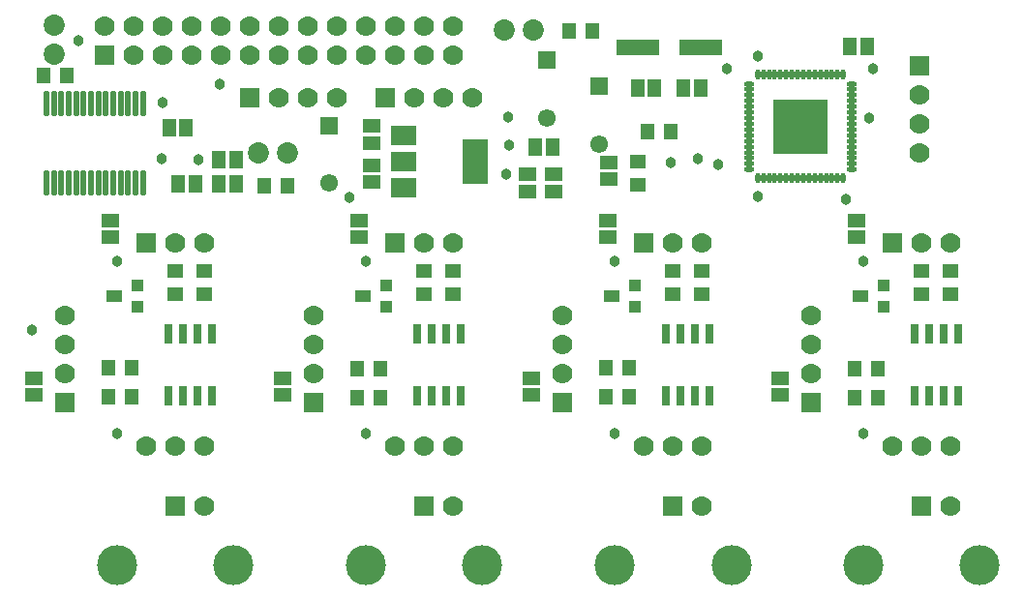
<source format=gts>
%FSTAX23Y23*%
%MOIN*%
%SFA1B1*%

%IPPOS*%
%ADD45R,0.051310X0.063120*%
%ADD46R,0.063120X0.051310*%
%ADD47R,0.087000X0.067000*%
%ADD48R,0.087000X0.158000*%
%ADD49R,0.048000X0.058000*%
%ADD50R,0.145790X0.055240*%
%ADD51R,0.058000X0.044000*%
%ADD52R,0.044000X0.044000*%
%ADD53R,0.058000X0.048000*%
%ADD54R,0.031620X0.069020*%
%ADD55O,0.021780X0.090680*%
%ADD56R,0.185170X0.185170*%
%ADD57O,0.017840X0.037530*%
%ADD58O,0.037530X0.017840*%
%ADD59R,0.070000X0.070000*%
%ADD60C,0.070000*%
%ADD61C,0.061150*%
%ADD62R,0.061150X0.061150*%
%ADD63R,0.070000X0.070000*%
%ADD64C,0.137920*%
%ADD65C,0.073000*%
%ADD66C,0.038000*%
%LNboard_pcb-1*%
%LPD*%
G54D45*
X02806Y02724D03*
X02865D03*
X03889Y03069D03*
X03948D03*
X03217Y02925D03*
X03158D03*
X03316D03*
X03375D03*
X01545Y02789D03*
X01604D03*
X01576Y02597D03*
X01635D03*
X01775Y0268D03*
X01716D03*
X01775Y02597D03*
X01716D03*
G54D46*
X0278Y02628D03*
Y02569D03*
X03058Y0267D03*
Y02611D03*
X02869Y02628D03*
Y02569D03*
X02241Y02601D03*
Y0266D03*
X01342Y0247D03*
Y02411D03*
X01078Y01868D03*
Y01927D03*
X02198Y0247D03*
Y02411D03*
X01935Y01868D03*
Y01927D03*
X03912Y02411D03*
Y0247D03*
X03648Y01927D03*
Y01868D03*
X02792Y01927D03*
Y01868D03*
X03056Y02411D03*
Y0247D03*
X02242Y02796D03*
Y02737D03*
G54D47*
X02351Y02581D03*
Y02672D03*
Y02763D03*
G54D48*
X02599Y02672D03*
G54D49*
X03193Y02776D03*
X03273D03*
X01194Y02968D03*
X01114D03*
X01337Y01862D03*
X01417D03*
X01337Y01962D03*
X01417D03*
X02193Y0196D03*
X02273D03*
X02193Y0186D03*
X02273D03*
X0305Y01962D03*
X0313D03*
X0305Y01862D03*
X0313D03*
X03907Y0196D03*
X03987D03*
X03907Y0186D03*
X03987D03*
X01953Y02588D03*
X01873D03*
X03004Y03124D03*
X02924D03*
G54D50*
X03375Y03067D03*
X03158D03*
G54D51*
X01357Y0221D03*
X02213D03*
X0307D03*
X03927D03*
G54D52*
X01437Y02172D03*
Y02247D03*
X02293Y02172D03*
Y02247D03*
X0315D03*
Y02172D03*
X04007Y02247D03*
Y02172D03*
G54D53*
X01666Y02217D03*
Y02297D03*
X01566Y02217D03*
Y02297D03*
X02523Y02217D03*
Y02297D03*
X02423Y02217D03*
Y02297D03*
X04136D03*
Y02217D03*
X0338Y02297D03*
Y02217D03*
X04236Y02297D03*
Y02217D03*
X0328Y02297D03*
Y02217D03*
X03159Y02593D03*
Y02673D03*
G54D54*
X04111Y01866D03*
X04161D03*
X04211D03*
X04261D03*
Y02078D03*
X04211D03*
X04161D03*
X04111D03*
X03255Y01866D03*
X03305D03*
X03355D03*
X03405D03*
Y02078D03*
X03355D03*
X03305D03*
X03255D03*
X02398D03*
X02448D03*
X02498D03*
X02548D03*
Y01866D03*
X02498D03*
X02448D03*
X02398D03*
X01541Y02078D03*
X01591D03*
X01641D03*
X01691D03*
Y01866D03*
X01641D03*
X01591D03*
X01541D03*
G54D55*
X01123Y026D03*
X01148D03*
X01174D03*
X01199D03*
X01225D03*
X0125D03*
X01276D03*
X01302D03*
X01327D03*
X01353D03*
X01378D03*
X01404D03*
X0143D03*
X01455D03*
X01123Y02872D03*
X01148D03*
X01174D03*
X01199D03*
X01225D03*
X0125D03*
X01276D03*
X01302D03*
X01327D03*
X01353D03*
X01378D03*
X01404D03*
X0143D03*
X01455D03*
G54D56*
X03719Y02793D03*
G54D57*
X03571Y02971D03*
X03591D03*
X03611D03*
X0363D03*
X0365D03*
X0367D03*
X03689D03*
X03709D03*
X03729D03*
X03749D03*
X03768D03*
X03788D03*
X03808D03*
X03827D03*
X03847D03*
X03867D03*
Y02615D03*
X03847D03*
X03827D03*
X03808D03*
X03788D03*
X03768D03*
X03749D03*
X03729D03*
X03709D03*
X03689D03*
X0367D03*
X0365D03*
X0363D03*
X03611D03*
X03591D03*
X03571D03*
G54D58*
X03897Y0294D03*
Y02921D03*
Y02901D03*
Y02881D03*
Y02862D03*
Y02842D03*
Y02822D03*
Y02803D03*
Y02783D03*
Y02763D03*
Y02744D03*
Y02724D03*
Y02704D03*
Y02685D03*
Y02665D03*
Y02645D03*
X03541D03*
Y02665D03*
Y02685D03*
Y02704D03*
Y02724D03*
Y02744D03*
Y02763D03*
Y02783D03*
Y02803D03*
Y02822D03*
Y02842D03*
Y02862D03*
Y02881D03*
Y02901D03*
Y02921D03*
Y0294D03*
G54D59*
X01322Y0304D03*
X02288Y02891D03*
X01466Y02392D03*
X02323D03*
X04036D03*
X0318D03*
X01822Y02892D03*
G54D60*
X01322Y0314D03*
X01422Y0304D03*
Y0314D03*
X01522Y0304D03*
Y0314D03*
X01622Y0304D03*
Y0314D03*
X01722Y0304D03*
Y0314D03*
X01822Y0304D03*
Y0314D03*
X01922Y0304D03*
Y0314D03*
X02022Y0304D03*
Y0314D03*
X02122Y0304D03*
Y0314D03*
X02222Y0304D03*
Y0314D03*
X02322Y0304D03*
Y0314D03*
X02422Y0304D03*
Y0314D03*
X02522Y0304D03*
Y0314D03*
X02588Y02891D03*
X02488D03*
X02388D03*
X04129Y02701D03*
Y02801D03*
Y02901D03*
X01466Y01692D03*
X01566D03*
X01666D03*
X01665Y01485D03*
X01566Y02392D03*
X01666D03*
X01187Y01942D03*
Y02042D03*
Y02142D03*
X02043Y01942D03*
Y02042D03*
Y02142D03*
X02521Y01485D03*
X02323Y01692D03*
X02423D03*
X02523D03*
X02423Y02392D03*
X02523D03*
X029Y02142D03*
Y02042D03*
Y01942D03*
X03757Y02142D03*
Y02042D03*
Y01942D03*
X0338Y01692D03*
X0328D03*
X0318D03*
X04236D03*
X04136D03*
X04036D03*
X04236Y02392D03*
X04136D03*
X04235Y01485D03*
X03378D03*
X0338Y02392D03*
X0328D03*
X02122Y02892D03*
X02022D03*
X01922D03*
G54D61*
X02847Y02824D03*
X03027Y02734D03*
X02096Y02598D03*
G54D62*
X02847Y03021D03*
X03027Y02931D03*
X02096Y02795D03*
G54D63*
X04129Y03001D03*
X01566Y01485D03*
X01187Y01842D03*
X02043D03*
X02423Y01485D03*
X029Y01842D03*
X03757D03*
X04136Y01485D03*
X0328D03*
G54D64*
X01366Y01284D03*
X01767D03*
X02222D03*
X02624D03*
X04337D03*
X03936D03*
X03481D03*
X03079D03*
G54D65*
X01148Y03044D03*
Y03144D03*
X028Y03125D03*
X027D03*
X01954Y02703D03*
X01854D03*
G54D66*
X0152Y02683D03*
X01521Y02876D03*
X03466Y02991D03*
X03366Y02681D03*
X03436Y02661D03*
X03969Y02994D03*
X03571Y03037D03*
X03956Y02823D03*
X03875Y02542D03*
X03273Y0267D03*
X03573Y02551D03*
X02165Y02548D03*
X02705Y02628D03*
X02716Y0273D03*
X02713Y02827D03*
X01074Y02091D03*
X01231Y0309D03*
X01718Y0294D03*
X01645Y0268D03*
X01366Y01736D03*
Y0233D03*
X02222D03*
Y01736D03*
X03936D03*
Y0233D03*
X03079D03*
Y01736D03*
M02*
</source>
